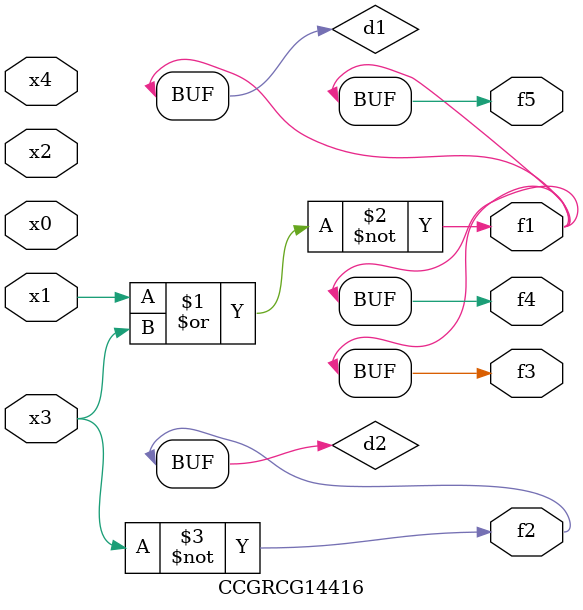
<source format=v>
module CCGRCG14416(
	input x0, x1, x2, x3, x4,
	output f1, f2, f3, f4, f5
);

	wire d1, d2;

	nor (d1, x1, x3);
	not (d2, x3);
	assign f1 = d1;
	assign f2 = d2;
	assign f3 = d1;
	assign f4 = d1;
	assign f5 = d1;
endmodule

</source>
